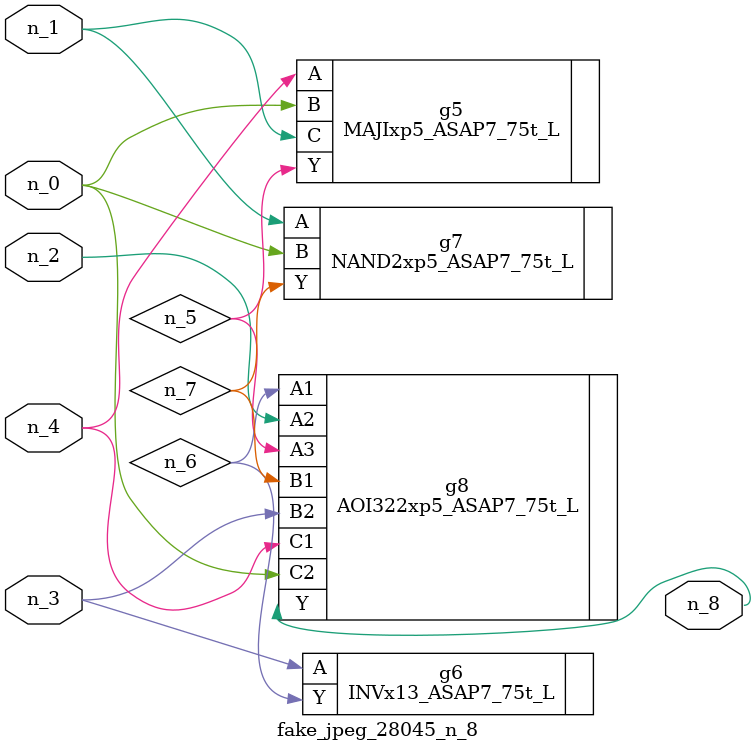
<source format=v>
module fake_jpeg_28045_n_8 (n_3, n_2, n_1, n_0, n_4, n_8);

input n_3;
input n_2;
input n_1;
input n_0;
input n_4;

output n_8;

wire n_6;
wire n_5;
wire n_7;

MAJIxp5_ASAP7_75t_L g5 ( 
.A(n_4),
.B(n_0),
.C(n_1),
.Y(n_5)
);

INVx13_ASAP7_75t_L g6 ( 
.A(n_3),
.Y(n_6)
);

NAND2xp5_ASAP7_75t_L g7 ( 
.A(n_1),
.B(n_0),
.Y(n_7)
);

AOI322xp5_ASAP7_75t_L g8 ( 
.A1(n_6),
.A2(n_2),
.A3(n_5),
.B1(n_7),
.B2(n_3),
.C1(n_4),
.C2(n_0),
.Y(n_8)
);


endmodule
</source>
